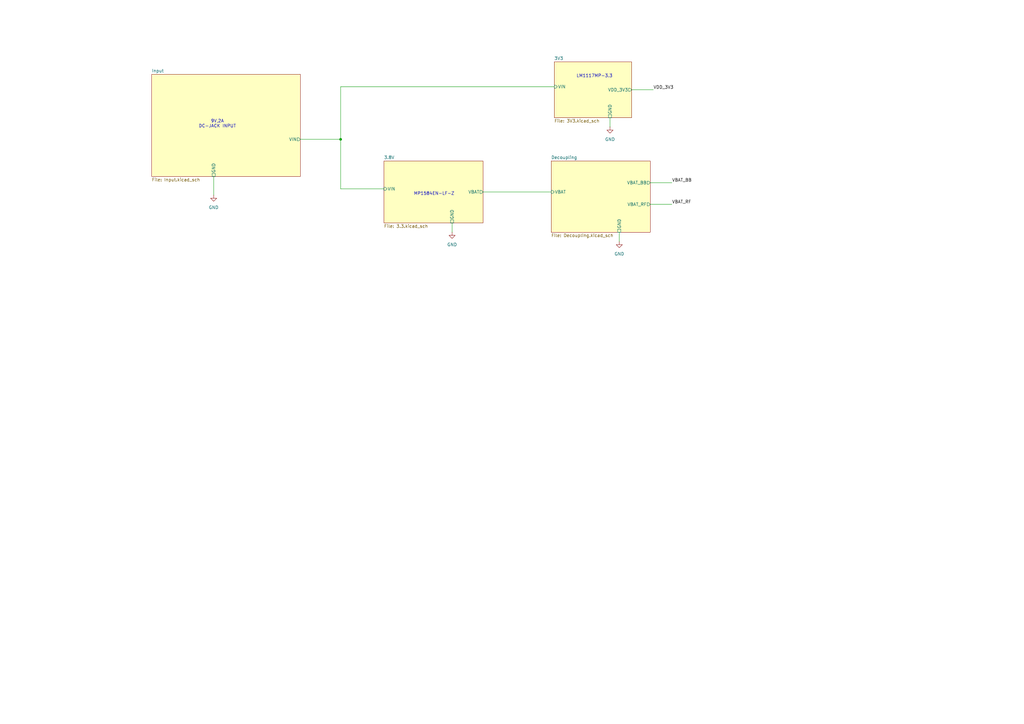
<source format=kicad_sch>
(kicad_sch (version 20250114) (generator "eeschema") (generator_version "9.0")
  (paper "A3")
  (title_block (title "Edgehax 4G to Eth") (date "2025-08-23") (rev "V2") (company "Edgehax") (comment 2 "Varshini CB"))
  (lib_symbols
    (symbol "power:GND" (power) (pin_numbers (hide yes)) (pin_names (offset 0) (hide yes))
      (property "Value" "GND" (at 0 -3.81 0))
      (symbol "GND_0_1"
        (polyline (pts (xy 0 0) (xy 0 -1.27) (xy 1.27 -1.27) (xy 0 -2.54) (xy -1.27 -1.27) (xy 0 -1.27)))
      )
      (symbol "GND_1_1"
        (pin power_in line (at 0 0 270) (length 0) (name "~") (number "1"))
      )
    )
  )
  (text "LM1117MP-3.3" (at 243.84 31.242 0) (effects (font (size 1.27 1.27))))
  (text "MP1584EN-LF-Z" (at 178.054 79.502 0) (effects (font (size 1.27 1.27))))
  (text "9V,2A\nDC-JACK INPUT" (at 89.154 50.8 0) (effects (font (size 1.27 1.27))))
  (junction (at 139.7 57.15))
  (wire (pts (xy 139.7 57.15) (xy 139.7 77.47)))
  (wire (pts (xy 157.48 77.47) (xy 139.7 77.47)))
  (wire (pts (xy 139.7 35.56) (xy 227.33 35.56)))
  (wire (pts (xy 123.19 57.15) (xy 139.7 57.15)))
  (wire (pts (xy 266.7 74.93) (xy 275.59 74.93)))
  (wire (pts (xy 198.12 78.74) (xy 226.06 78.74)))
  (wire (pts (xy 250.19 48.26) (xy 250.19 52.07)))
  (wire (pts (xy 259.08 36.83) (xy 267.97 36.83)))
  (wire (pts (xy 87.63 72.39) (xy 87.63 80.01)))
  (wire (pts (xy 266.7 83.82) (xy 275.59 83.82)))
  (wire (pts (xy 185.42 91.44) (xy 185.42 95.25)))
  (wire (pts (xy 139.7 35.56) (xy 139.7 57.15)))
  (wire (pts (xy 254 95.25) (xy 254 99.06)))
  (label "VDD_3V3" (at 267.97 36.83 0))
  (label "VBAT_BB" (at 275.59 74.93 0))
  (label "VBAT_RF" (at 275.59 83.82 0))
  (symbol (lib_id "power:GND") (at 254 99.06 0) (unit 1)
    (property "Reference" "#PWR018" (effects (hide yes)))
    (property "Value" "GND" (at 254 104.14 0))
    (property "Description" "Power symbol creates a global label with name \"GND\" , ground" (effects (hide yes)))
  )
  (symbol (lib_id "power:GND") (at 185.42 95.25 0) (unit 1)
    (property "Reference" "#PWR014" (effects (hide yes)))
    (property "Value" "GND" (at 185.42 100.33 0))
    (property "Description" "Power symbol creates a global label with name \"GND\" , ground" (effects (hide yes)))
  )
  (symbol (lib_id "power:GND") (at 87.63 80.01 0) (unit 1)
    (property "Reference" "#PWR019" (effects (hide yes)))
    (property "Value" "GND" (at 87.63 85.09 0))
    (property "Description" "Power symbol creates a global label with name \"GND\" , ground" (effects (hide yes)))
  )
  (symbol (lib_id "power:GND") (at 250.19 52.07 0) (unit 1)
    (property "Reference" "#PWR01" (effects (hide yes)))
    (property "Value" "GND" (at 250.19 57.15 0))
    (property "Description" "Power symbol creates a global label with name \"GND\" , ground" (effects (hide yes)))
  )
  (sheet (at 226.06 66.04) (size 40.64 29.21) (stroke (width 0.1524)) (fill (color 255 255 194 1.0000))
    (property "Sheetname" "Decoupling" (at 226.06 65.3284 0) (effects (justify left bottom)))
    (property "Sheetfile" "Decoupling.kicad_sch" (at 226.06 95.8346 0) (effects (justify left top)))
    (pin "GND" passive (at 254 95.25 270))
    (pin "VBAT" input (at 226.06 78.74 180))
    (pin "VBAT_BB" output (at 266.7 74.93 0))
    (pin "VBAT_RF" output (at 266.7 83.82 0))
  )
  (sheet (at 157.48 66.04) (size 40.64 25.4) (stroke (width 0.1524)) (fill (color 255 255 194 1.0000))
    (property "Sheetname" "3.8V" (at 157.48 65.3284 0) (effects (justify left bottom)))
    (property "Sheetfile" "3.3.kicad_sch" (at 157.48 92.0246 0) (effects (justify left top)))
    (pin "GND" passive (at 185.42 91.44 270))
    (pin "VBAT" output (at 198.12 78.74 0))
    (pin "VIN" input (at 157.48 77.47 180))
  )
  (sheet (at 227.33 25.4) (size 31.75 22.86) (stroke (width 0.1524)) (fill (color 255 255 194 1.0000))
    (property "Sheetname" "3V3" (at 227.33 24.6884 0) (effects (justify left bottom)))
    (property "Sheetfile" "3V3.kicad_sch" (at 227.33 48.8446 0) (effects (justify left top)))
    (pin "GND" passive (at 250.19 48.26 270))
    (pin "VDD_3V3" output (at 259.08 36.83 0))
    (pin "VIN" input (at 227.33 35.56 180))
  )
  (sheet (at 62.23 30.48) (size 60.96 41.91) (stroke (width 0.1524)) (fill (color 255 255 194 1.0000))
    (property "Sheetname" "Input" (at 62.23 29.7684 0) (effects (justify left bottom)))
    (property "Sheetfile" "Input.kicad_sch" (at 62.23 72.9746 0) (effects (justify left top)))
    (pin "GND" passive (at 87.63 72.39 270))
    (pin "VIN" output (at 123.19 57.15 0))
  )
)
</source>
